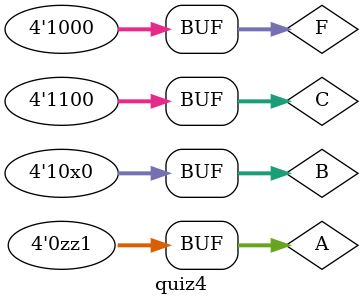
<source format=v>
`timescale 1ns/1ns

module quiz4;

wire [3:0] A, B, C, F;

assign A = 4'b0zz1;
assign B = 4'b10x0;
assign C = 4'b1100;

assign F = B&C;

endmodule
</source>
